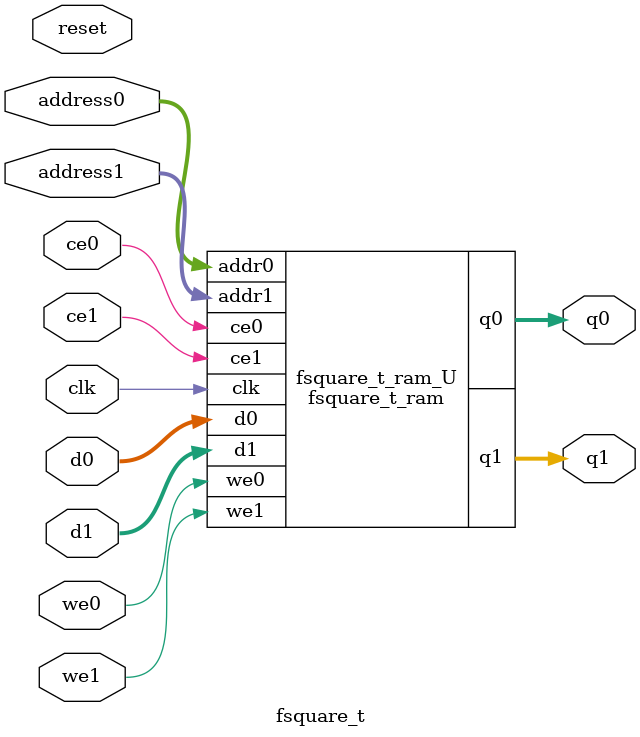
<source format=v>

`timescale 1 ns / 1 ps
module fsquare_t_ram (addr0, ce0, d0, we0, q0, addr1, ce1, d1, we1, q1,  clk);

parameter DWIDTH = 64;
parameter AWIDTH = 5;
parameter MEM_SIZE = 19;

input[AWIDTH-1:0] addr0;
input ce0;
input[DWIDTH-1:0] d0;
input we0;
output reg[DWIDTH-1:0] q0;
input[AWIDTH-1:0] addr1;
input ce1;
input[DWIDTH-1:0] d1;
input we1;
output reg[DWIDTH-1:0] q1;
input clk;

(* ram_style = "block" *)reg [DWIDTH-1:0] ram[0:MEM_SIZE-1];




always @(posedge clk)  
begin 
    if (ce0) 
    begin
        if (we0) 
        begin 
            ram[addr0] <= d0; 
            q0 <= d0;
        end 
        else 
            q0 <= ram[addr0];
    end
end


always @(posedge clk)  
begin 
    if (ce1) 
    begin
        if (we1) 
        begin 
            ram[addr1] <= d1; 
            q1 <= d1;
        end 
        else 
            q1 <= ram[addr1];
    end
end


endmodule


`timescale 1 ns / 1 ps
module fsquare_t(
    reset,
    clk,
    address0,
    ce0,
    we0,
    d0,
    q0,
    address1,
    ce1,
    we1,
    d1,
    q1);

parameter DataWidth = 32'd64;
parameter AddressRange = 32'd19;
parameter AddressWidth = 32'd5;
input reset;
input clk;
input[AddressWidth - 1:0] address0;
input ce0;
input we0;
input[DataWidth - 1:0] d0;
output[DataWidth - 1:0] q0;
input[AddressWidth - 1:0] address1;
input ce1;
input we1;
input[DataWidth - 1:0] d1;
output[DataWidth - 1:0] q1;



fsquare_t_ram fsquare_t_ram_U(
    .clk( clk ),
    .addr0( address0 ),
    .ce0( ce0 ),
    .d0( d0 ),
    .we0( we0 ),
    .q0( q0 ),
    .addr1( address1 ),
    .ce1( ce1 ),
    .d1( d1 ),
    .we1( we1 ),
    .q1( q1 ));

endmodule


</source>
